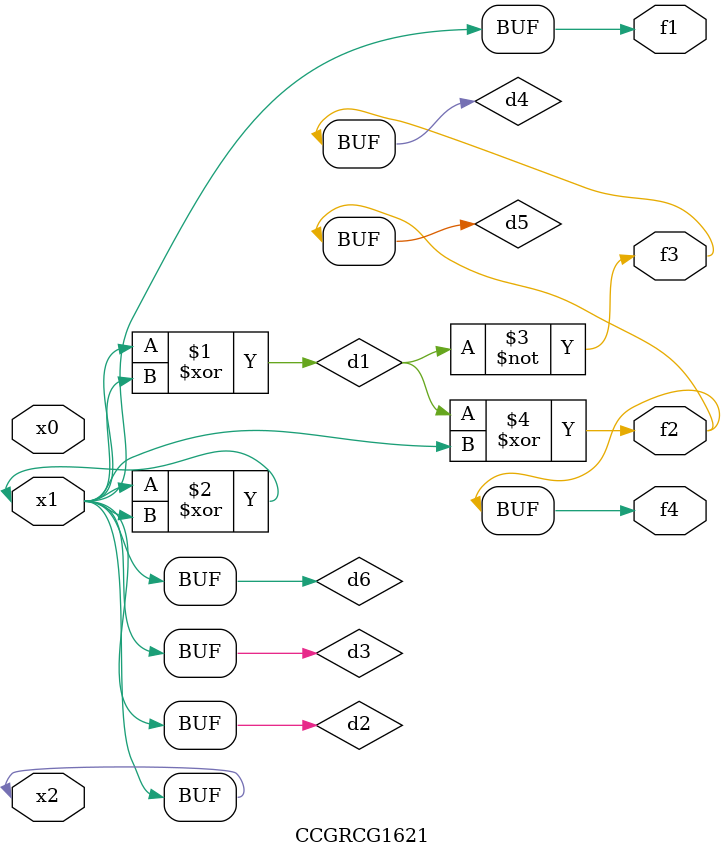
<source format=v>
module CCGRCG1621(
	input x0, x1, x2,
	output f1, f2, f3, f4
);

	wire d1, d2, d3, d4, d5, d6;

	xor (d1, x1, x2);
	buf (d2, x1, x2);
	xor (d3, x1, x2);
	nor (d4, d1);
	xor (d5, d1, d2);
	buf (d6, d2, d3);
	assign f1 = d6;
	assign f2 = d5;
	assign f3 = d4;
	assign f4 = d5;
endmodule

</source>
